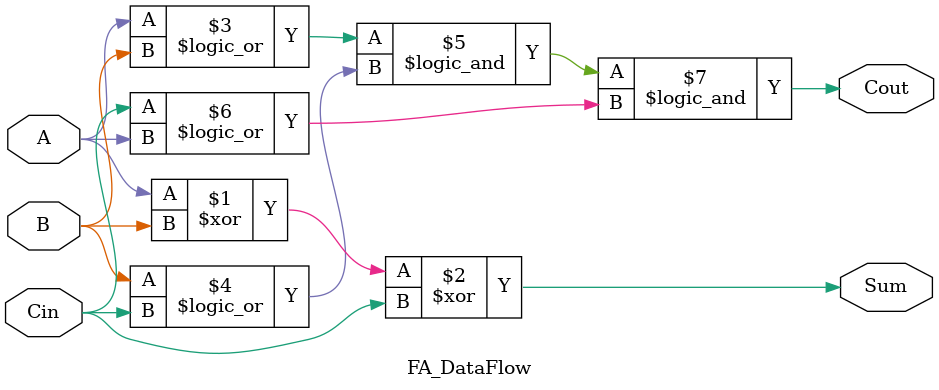
<source format=v>
`timescale 1ns / 1ps


module FA_4bit(
    input [3:0]A,
    input [3:0]B,
    input Cin,
    output [3:0]Sum,
    output Cout
    );
    
    wire w1, w2, w3;
    FA_GateFlow fa1 (A[0], B[0], Cin, Sum[0], w1);
    FA_GateFlow fa2 (A[1], B[1], w1, Sum[1], w2);
    FA_DataFlow fa3 (A[2], B[2], w2, Sum[2], w3);
    FA_DataFlow fa4 (A[3], B[3], w2, Sum[3], Cout);
    
endmodule

module FA_GateFlow(
    input A,
    input B,
    input Cin,
    output Sum,
    output Cout
    );
    
   wire w1, w2, w3;
   xor(w1, A, B);
   xor(Sum, w1, Cin);
   and(w2, Cin, w1);
   and(w3, A, B);
   or(Cout, w2, w3);
   
endmodule

module FA_DataFlow(
    input A,
    input B,
    input Cin,
    output Sum,
    output Cout
    );
    
    assign Sum = A ^ B ^ Cin;
    assign Cout = (A || B) && (B || Cin) && (Cin || A);
   
endmodule

</source>
